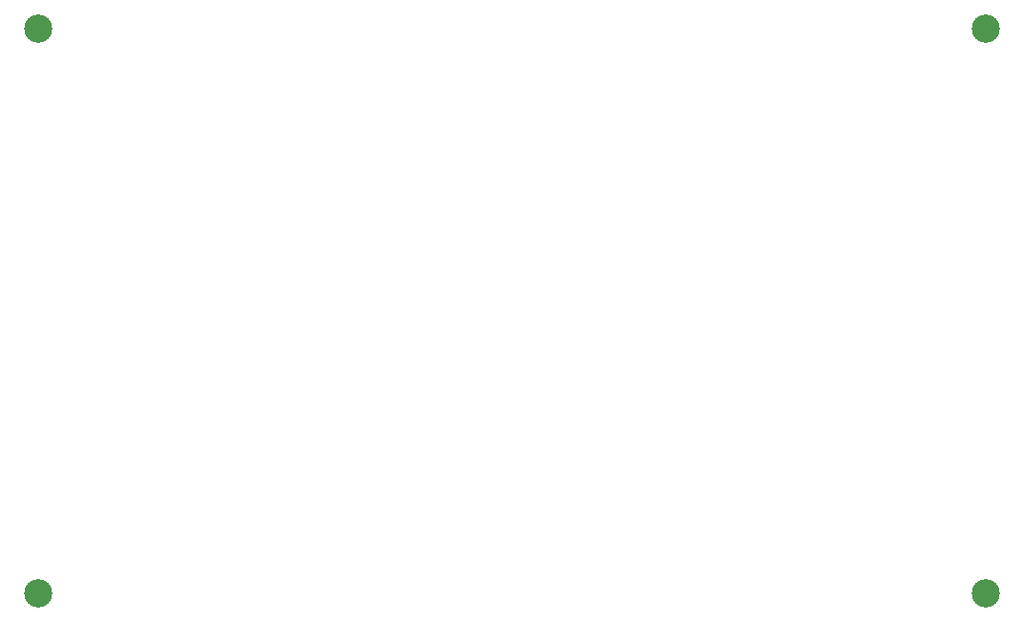
<source format=gbs>
G04 EAGLE Gerber RS-274X export*
G75*
%MOMM*%
%FSLAX34Y34*%
%LPD*%
%INSoldermask Bottom*%
%IPPOS*%
%AMOC8*
5,1,8,0,0,1.08239X$1,22.5*%
G01*
%ADD10C,2.503200*%


D10*
X939800Y40000D03*
X101000Y40000D03*
X101000Y540000D03*
X939800Y540000D03*
M02*

</source>
